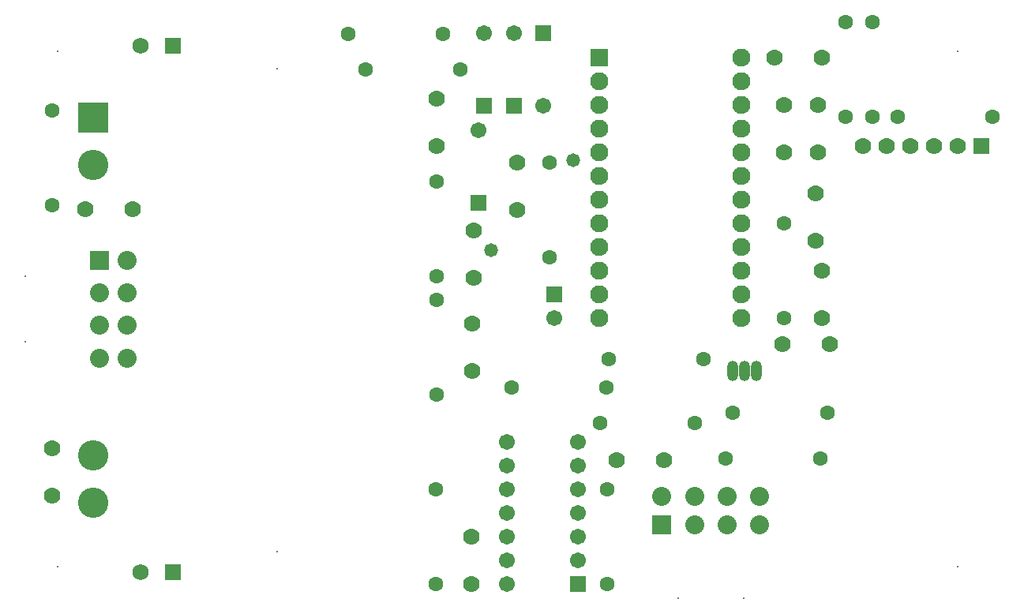
<source format=gbs>
G04 Layer_Color=16711935*
%FSLAX25Y25*%
%MOIN*%
G70*
G01*
G75*
%ADD21R,0.06800X0.06800*%
%ADD22C,0.06800*%
%ADD42C,0.00800*%
%ADD43R,0.08000X0.08000*%
%ADD44C,0.08000*%
%ADD45C,0.07000*%
%ADD46C,0.06312*%
%ADD47R,0.07600X0.07600*%
%ADD48C,0.07600*%
%ADD49R,0.12800X0.12800*%
%ADD50C,0.12800*%
%ADD51R,0.06706X0.06706*%
%ADD52C,0.06706*%
%ADD53R,0.08000X0.08000*%
%ADD54O,0.04737X0.08674*%
%ADD55O,0.04737X0.08674*%
%ADD56R,0.06706X0.06706*%
%ADD57R,0.07000X0.07000*%
%ADD58C,0.05800*%
D21*
X71300Y20000D02*
D03*
Y242500D02*
D03*
D22*
X57500Y20000D02*
D03*
Y242500D02*
D03*
D42*
X22500Y22500D02*
D03*
Y240000D02*
D03*
X8858Y144949D02*
D03*
Y117390D02*
D03*
X115200Y28800D02*
D03*
Y232800D02*
D03*
X284500Y9000D02*
D03*
X312059D02*
D03*
X402500Y240000D02*
D03*
Y22500D02*
D03*
D43*
X40000Y151839D02*
D03*
D44*
X51811D02*
D03*
X40000Y138059D02*
D03*
X51811D02*
D03*
X40000Y124280D02*
D03*
X51811D02*
D03*
X40000Y110500D02*
D03*
X51811D02*
D03*
X277610Y51953D02*
D03*
X291390Y40142D02*
D03*
Y51953D02*
D03*
X305169Y40142D02*
D03*
Y51953D02*
D03*
X318949Y40142D02*
D03*
Y51953D02*
D03*
D45*
X182500Y200000D02*
D03*
Y220000D02*
D03*
X197500Y105000D02*
D03*
Y125000D02*
D03*
X20000Y52500D02*
D03*
Y72500D02*
D03*
X342500Y160000D02*
D03*
Y180000D02*
D03*
X216500Y173000D02*
D03*
Y193000D02*
D03*
X197000Y35000D02*
D03*
Y15000D02*
D03*
X34000Y173500D02*
D03*
X54000D02*
D03*
X198000Y144500D02*
D03*
Y164500D02*
D03*
X348500Y116500D02*
D03*
X328500D02*
D03*
X345000Y127500D02*
D03*
Y147500D02*
D03*
X343500Y217500D02*
D03*
Y197500D02*
D03*
X329000Y217500D02*
D03*
Y197500D02*
D03*
X278500Y67500D02*
D03*
X258500D02*
D03*
X345000Y237500D02*
D03*
X325000D02*
D03*
X402500Y200000D02*
D03*
X392500D02*
D03*
X382500D02*
D03*
X372500D02*
D03*
X362500D02*
D03*
D46*
X192500Y232500D02*
D03*
X152500D02*
D03*
X185000Y247500D02*
D03*
X145000D02*
D03*
X230000Y193000D02*
D03*
Y153000D02*
D03*
X20000Y215000D02*
D03*
Y175000D02*
D03*
X182000Y15000D02*
D03*
Y55000D02*
D03*
X254500D02*
D03*
Y15000D02*
D03*
X251500Y83000D02*
D03*
X291500D02*
D03*
X182500Y145000D02*
D03*
Y185000D02*
D03*
Y135000D02*
D03*
Y95000D02*
D03*
X329000Y167500D02*
D03*
Y127500D02*
D03*
X347500Y87500D02*
D03*
X307500D02*
D03*
X355000Y212500D02*
D03*
Y252500D02*
D03*
X295000Y110000D02*
D03*
X255000D02*
D03*
X366500Y252500D02*
D03*
Y212500D02*
D03*
X417000D02*
D03*
X377000D02*
D03*
X214000Y98000D02*
D03*
X254000D02*
D03*
X344500Y68000D02*
D03*
X304500D02*
D03*
D47*
X251000Y237500D02*
D03*
D48*
Y227500D02*
D03*
Y217500D02*
D03*
Y207500D02*
D03*
Y197500D02*
D03*
Y187500D02*
D03*
Y177500D02*
D03*
Y167500D02*
D03*
Y157500D02*
D03*
Y147500D02*
D03*
Y137500D02*
D03*
Y127500D02*
D03*
X311000D02*
D03*
Y137500D02*
D03*
Y147500D02*
D03*
Y157500D02*
D03*
Y167500D02*
D03*
Y177500D02*
D03*
Y187500D02*
D03*
Y197500D02*
D03*
Y207500D02*
D03*
Y217500D02*
D03*
Y227500D02*
D03*
Y237500D02*
D03*
D49*
X37500Y212000D02*
D03*
D50*
Y192000D02*
D03*
Y49500D02*
D03*
Y69500D02*
D03*
D51*
X202500Y217146D02*
D03*
X215000D02*
D03*
X227500Y247854D02*
D03*
X232000Y137500D02*
D03*
X200000Y176146D02*
D03*
D52*
X202500Y247854D02*
D03*
X215000D02*
D03*
X227500Y217146D02*
D03*
X232000Y127500D02*
D03*
X200000Y206854D02*
D03*
X212000Y75000D02*
D03*
Y65000D02*
D03*
Y55000D02*
D03*
Y45000D02*
D03*
Y35000D02*
D03*
Y25000D02*
D03*
Y15000D02*
D03*
X242000Y75000D02*
D03*
Y65000D02*
D03*
Y55000D02*
D03*
Y45000D02*
D03*
Y35000D02*
D03*
Y25000D02*
D03*
D53*
X277610Y40142D02*
D03*
D54*
X317500Y105000D02*
D03*
X307500D02*
D03*
D55*
X312500D02*
D03*
D56*
X242000Y15000D02*
D03*
D57*
X412500Y200000D02*
D03*
D58*
X205600Y156200D02*
D03*
X240000Y194000D02*
D03*
M02*

</source>
